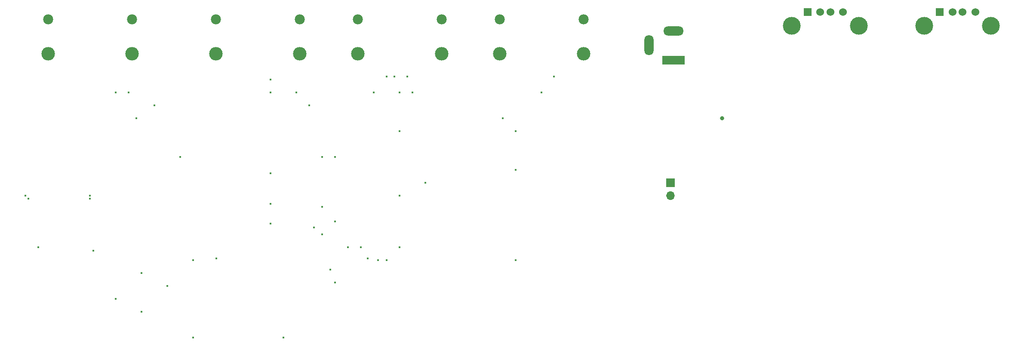
<source format=gbr>
%TF.GenerationSoftware,KiCad,Pcbnew,7.0.2*%
%TF.CreationDate,2023-08-06T23:13:36-03:00*%
%TF.ProjectId,KVM Project,4b564d20-5072-46f6-9a65-63742e6b6963,rev?*%
%TF.SameCoordinates,Original*%
%TF.FileFunction,Copper,L3,Inr*%
%TF.FilePolarity,Positive*%
%FSLAX46Y46*%
G04 Gerber Fmt 4.6, Leading zero omitted, Abs format (unit mm)*
G04 Created by KiCad (PCBNEW 7.0.2) date 2023-08-06 23:13:36*
%MOMM*%
%LPD*%
G01*
G04 APERTURE LIST*
%TA.AperFunction,ComponentPad*%
%ADD10R,1.700000X1.700000*%
%TD*%
%TA.AperFunction,ComponentPad*%
%ADD11O,1.700000X1.700000*%
%TD*%
%TA.AperFunction,ComponentPad*%
%ADD12R,4.400000X1.800000*%
%TD*%
%TA.AperFunction,ComponentPad*%
%ADD13O,4.000000X1.800000*%
%TD*%
%TA.AperFunction,ComponentPad*%
%ADD14O,1.800000X4.000000*%
%TD*%
%TA.AperFunction,ComponentPad*%
%ADD15C,2.660000*%
%TD*%
%TA.AperFunction,ComponentPad*%
%ADD16C,1.982000*%
%TD*%
%TA.AperFunction,ComponentPad*%
%ADD17R,1.524000X1.524000*%
%TD*%
%TA.AperFunction,ComponentPad*%
%ADD18C,1.524000*%
%TD*%
%TA.AperFunction,ComponentPad*%
%ADD19C,3.500000*%
%TD*%
%TA.AperFunction,ViaPad*%
%ADD20C,0.400000*%
%TD*%
%TA.AperFunction,ViaPad*%
%ADD21C,0.800000*%
%TD*%
G04 APERTURE END LIST*
D10*
%TO.N,Net-(D13-A)*%
%TO.C,PWR1*%
X172720000Y-86360000D03*
D11*
%TO.N,GND*%
X172720000Y-88900000D03*
%TD*%
D12*
%TO.N,Net-(D11-A)*%
%TO.C,PWR2*%
X173320000Y-62230000D03*
D13*
%TO.N,GND*%
X173320000Y-56430000D03*
D14*
X168520000Y-59230000D03*
%TD*%
D15*
%TO.N,unconnected-(DP_IN1-PadMH1)*%
%TO.C,DP_IN1*%
X99690000Y-60900000D03*
D16*
%TO.N,unconnected-(DP_IN1-PadMH2)*%
X99690000Y-54120000D03*
%TO.N,unconnected-(DP_IN1-PadMH3)*%
X83190000Y-54120000D03*
D15*
%TO.N,unconnected-(DP_IN1-PadMH4)*%
X83190000Y-60900000D03*
%TD*%
%TO.N,unconnected-(DP_IN3-PadMH1)*%
%TO.C,DP_IN3*%
X155570000Y-60900000D03*
D16*
%TO.N,unconnected-(DP_IN3-PadMH2)*%
X155570000Y-54120000D03*
%TO.N,unconnected-(DP_IN3-PadMH3)*%
X139070000Y-54120000D03*
D15*
%TO.N,unconnected-(DP_IN3-PadMH4)*%
X139070000Y-60900000D03*
%TD*%
%TO.N,unconnected-(DP_IN2-PadMH1)*%
%TO.C,DP_IN2*%
X127630000Y-60900000D03*
D16*
%TO.N,unconnected-(DP_IN2-PadMH2)*%
X127630000Y-54120000D03*
%TO.N,unconnected-(DP_IN2-PadMH3)*%
X111130000Y-54120000D03*
D15*
%TO.N,unconnected-(DP_IN2-PadMH4)*%
X111130000Y-60900000D03*
%TD*%
%TO.N,unconnected-(DP_OUT1-PadMH1)*%
%TO.C,DP_OUT1*%
X66670000Y-60900000D03*
D16*
%TO.N,unconnected-(DP_OUT1-PadMH2)*%
X66670000Y-54120000D03*
%TO.N,unconnected-(DP_OUT1-PadMH3)*%
X50170000Y-54120000D03*
D15*
%TO.N,unconnected-(DP_OUT1-PadMH4)*%
X50170000Y-60900000D03*
%TD*%
D17*
%TO.N,unconnected-(USB_OUT1-VBUS-Pad1)*%
%TO.C,USB_OUT1*%
X199700000Y-52692500D03*
D18*
%TO.N,/USB Switch/OUTPUT_DATA-*%
X202200000Y-52692500D03*
%TO.N,/USB Switch/OUTPUT_DATA+*%
X204200000Y-52692500D03*
%TO.N,GND*%
X206700000Y-52692500D03*
D19*
X196630000Y-55402500D03*
X209770000Y-55402500D03*
%TD*%
D17*
%TO.N,unconnected-(USB_IN1-VBUS-Pad1)*%
%TO.C,USB_IN1*%
X225720000Y-52692500D03*
D18*
%TO.N,/USB Switch/INPUT_DATA-*%
X228220000Y-52692500D03*
%TO.N,/USB Switch/INPUT_DATA+*%
X230220000Y-52692500D03*
%TO.N,GND*%
X232720000Y-52692500D03*
D19*
X222650000Y-55402500D03*
X235790000Y-55402500D03*
%TD*%
D20*
%TO.N,+3.3V*%
X93980000Y-84472608D03*
X99060000Y-68580000D03*
D21*
X182880000Y-73660000D03*
D20*
X99060000Y-68580000D03*
X99060000Y-68580000D03*
X102532886Y-95124575D03*
X93980000Y-90505000D03*
X99060000Y-68580000D03*
X93980000Y-94331961D03*
X99060000Y-68580000D03*
%TO.N,/Display_1/DPIN1_AUX+*%
X93980000Y-68580000D03*
X104140000Y-81280000D03*
%TO.N,/Display_1/DPIN1_AUX-*%
X93980000Y-66040000D03*
X106680000Y-81280000D03*
%TO.N,/Display_1/DPIN1_HPD*%
X119380000Y-76200000D03*
X101600000Y-71120000D03*
%TO.N,/Display_1/DPIN2_D2+*%
X116840000Y-65420000D03*
X114300000Y-68580000D03*
%TO.N,/Display_1/DPIN2_D3+*%
X118380000Y-65420000D03*
X119380000Y-68580000D03*
%TO.N,/Display_1/DPIN2_AUX+*%
X121920000Y-68580000D03*
X120880000Y-65420000D03*
%TO.N,/Display_1/DPIN3_D1+*%
X119380000Y-88900000D03*
X109220000Y-99005500D03*
%TO.N,/Display_1/DPIN3_D1-*%
X124460000Y-86360000D03*
X111760000Y-99060000D03*
%TO.N,/Display_1/DPIN3_D2+*%
X139700000Y-73660000D03*
X113075997Y-101205000D03*
%TO.N,/Display_1/DPIN3_D2-*%
X119380000Y-99060000D03*
X142240000Y-76200000D03*
%TO.N,/Display_1/DPIN3_D3+*%
X116840000Y-101600000D03*
X142240000Y-83820000D03*
%TO.N,/Display_1/DPIN3_D3-*%
X115130097Y-101599404D03*
X147320000Y-68580000D03*
%TO.N,/Display_1/DPIN3_AUX-*%
X149795500Y-65420000D03*
X142240000Y-101600000D03*
%TO.N,/Display_1/DPOUT_D0+*%
X45720000Y-88900000D03*
X58420000Y-88900000D03*
%TO.N,/Display_1/DPOUT_D0-*%
X46320500Y-89479321D03*
X58420000Y-89499503D03*
%TO.N,/Display_1/DPOUT_D1-*%
X48260000Y-99060000D03*
X59065000Y-99705000D03*
%TO.N,/Display_1/DPOUT_D2-*%
X78740000Y-101600000D03*
X83343573Y-101204500D03*
%TO.N,/Display_1/DPOUT_D3+*%
X68580000Y-104140000D03*
X67590498Y-73652950D03*
%TO.N,/Display_1/DPOUT_D3-*%
X71120000Y-71120000D03*
X73660000Y-106680000D03*
%TO.N,/Display_1/DPOUT_AUX+*%
X63500000Y-68580000D03*
X63500000Y-109220000D03*
%TO.N,/Display_1/DPOUT_AUX-*%
X68580000Y-111760000D03*
X66040000Y-68580000D03*
%TO.N,/Display_1/DPOUT_HPD*%
X78740000Y-116840000D03*
X76200000Y-81280000D03*
%TO.N,Net-(S1-AUX_C+)*%
X105745000Y-103404500D03*
X104140000Y-96520000D03*
%TO.N,Net-(S1-AUX_C-)*%
X106680000Y-93980000D03*
X106680000Y-105980500D03*
%TO.N,Net-(S1-HPD_C)*%
X96520000Y-116840000D03*
X104140000Y-91029500D03*
%TD*%
M02*

</source>
